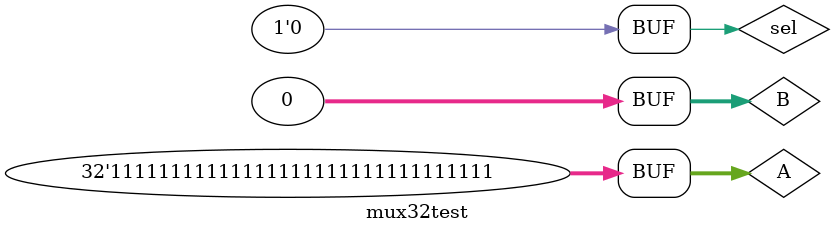
<source format=v>
`timescale 1ns / 1ps


module mux32test;

	// Inputs
	reg [31:0] A;
	reg [31:0] B;
	reg sel;

	// Outputs
	wire [31:0] out;

	// Instantiate the Unit Under Test (UUT)
	mux32 uut (
		.A(A), 
		.B(B), 
		.sel(sel), 
		.out(out)
	);

	initial begin
		// Initialize Inputs
		A = 0;
		B = 0;
		sel = 0;

		// Wait 100 ns for global reset to finish
		#100;A=32'hFFFFFFFF;B=32'h00000000;
		#100;sel=1;
		#100;sel=0;
        
		// Add stimulus here

	end
      
endmodule


</source>
